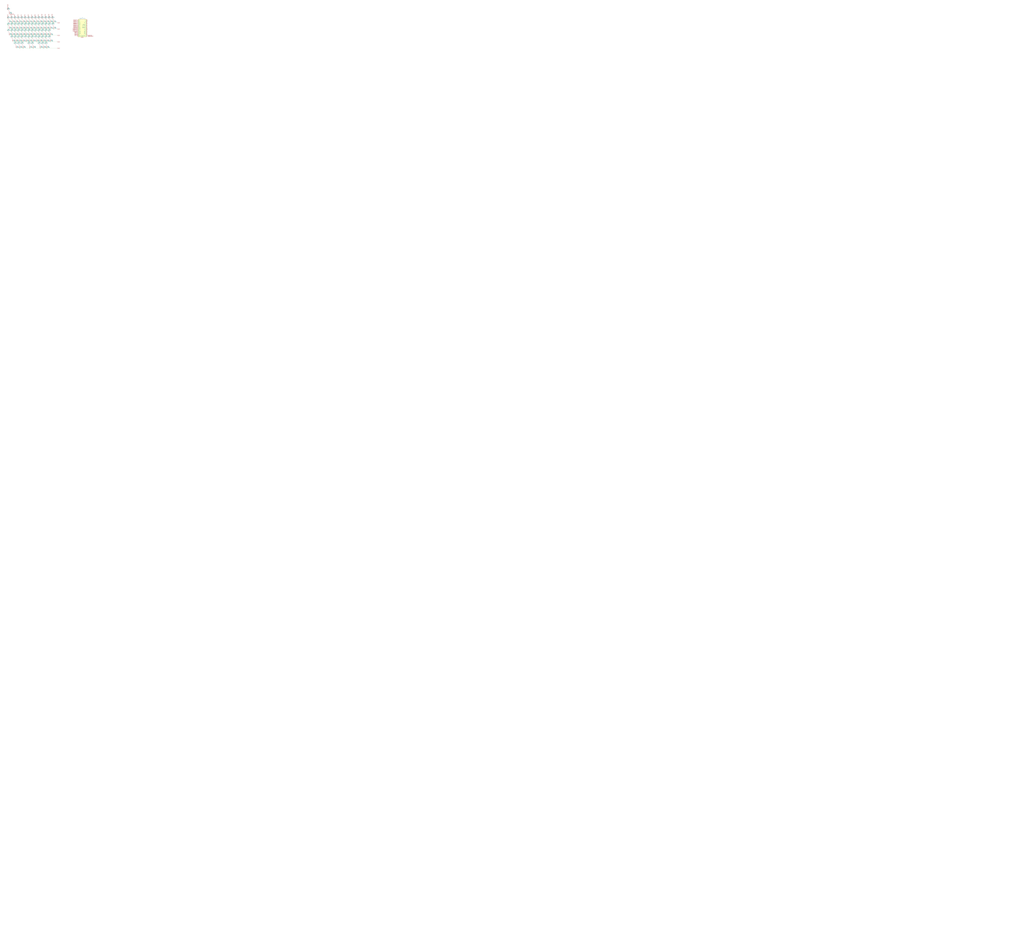
<source format=kicad_sch>
(kicad_sch (version 20231120) (generator "eeschema") (generator_version "8.0")
  (paper "User" 3048 2794)
  (lib_symbols
    (symbol "ScottoKeebs:MCU_Raspberry_Pi_Pico"
      (property "Reference" "U" (at 0 0 0))
      (property "Value" "Raspberry_Pi_Pico" (at 0 27.94 0))
      (symbol "MCU_Raspberry_Pi_Pico_1_1"
        (pin bidirectional line (at -15.24 24.13 0) (length 2.54) (name "GPIO0") (number "1"))
        (pin bidirectional line (at -15.24 1.27 0) (length 2.54) (name "GPIO7") (number "10"))
        (pin bidirectional line (at -15.24 -1.27 0) (length 2.54) (name "GPIO8") (number "11"))
        (pin bidirectional line (at -15.24 -3.81 0) (length 2.54) (name "GPIO9") (number "12"))
        (pin power_in line (at -15.24 -6.35 0) (length 2.54) (name "GND") (number "13"))
        (pin bidirectional line (at -15.24 -8.89 0) (length 2.54) (name "GPIO10") (number "14"))
        (pin bidirectional line (at -15.24 -11.43 0) (length 2.54) (name "GPIO11") (number "15"))
        (pin bidirectional line (at -15.24 -13.97 0) (length 2.54) (name "GPIO12") (number "16"))
        (pin bidirectional line (at -15.24 -16.51 0) (length 2.54) (name "GPIO13") (number "17"))
        (pin power_in line (at -15.24 -19.05 0) (length 2.54) (name "GND") (number "18"))
        (pin bidirectional line (at -15.24 -21.59 0) (length 2.54) (name "GPIO14") (number "19"))
        (pin bidirectional line (at -15.24 21.59 0) (length 2.54) (name "GPIO1") (number "2"))
        (pin bidirectional line (at -15.24 -24.13 0) (length 2.54) (name "GPIO15") (number "20"))
        (pin bidirectional line (at 15.24 -24.13 180) (length 2.54) (name "GPIO16") (number "21"))
        (pin bidirectional line (at 15.24 -21.59 180) (length 2.54) (name "GPIO17") (number "22"))
        (pin power_in line (at 15.24 -19.05 180) (length 2.54) (name "GND") (number "23"))
        (pin bidirectional line (at 15.24 -16.51 180) (length 2.54) (name "GPIO18") (number "24"))
        (pin bidirectional line (at 15.24 -13.97 180) (length 2.54) (name "GPIO19") (number "25"))
        (pin bidirectional line (at 15.24 -11.43 180) (length 2.54) (name "GPIO20") (number "26"))
        (pin bidirectional line (at 15.24 -8.89 180) (length 2.54) (name "GPIO21") (number "27"))
        (pin power_in line (at 15.24 -6.35 180) (length 2.54) (name "GND") (number "28"))
        (pin bidirectional line (at 15.24 -3.81 180) (length 2.54) (name "GPIO22") (number "29"))
        (pin power_in line (at -15.24 19.05 0) (length 2.54) (name "GND") (number "3"))
        (pin input line (at 15.24 -1.27 180) (length 2.54) (name "RUN") (number "30"))
        (pin bidirectional line (at 15.24 1.27 180) (length 2.54) (name "GPIO26_ADC0") (number "31"))
        (pin bidirectional line (at 15.24 3.81 180) (length 2.54) (name "GPIO27_ADC1") (number "32"))
        (pin power_in line (at 15.24 6.35 180) (length 2.54) (name "AGND") (number "33"))
        (pin bidirectional line (at 15.24 8.89 180) (length 2.54) (name "GPIO28_ADC2") (number "34"))
        (pin power_in line (at 15.24 11.43 180) (length 2.54) (name "ADC_VREF") (number "35"))
        (pin power_in line (at 15.24 13.97 180) (length 2.54) (name "3V3") (number "36"))
        (pin input line (at 15.24 16.51 180) (length 2.54) (name "3V3_EN") (number "37"))
        (pin bidirectional line (at 15.24 19.05 180) (length 2.54) (name "GND") (number "38"))
        (pin power_in line (at 15.24 21.59 180) (length 2.54) (name "VSYS") (number "39"))
        (pin bidirectional line (at -15.24 16.51 0) (length 2.54) (name "GPIO2") (number "4"))
        (pin power_in line (at 15.24 24.13 180) (length 2.54) (name "VBUS") (number "40"))
        (pin input line (at -2.54 -29.21 90) (length 2.54) (name "SWCLK") (number "41"))
        (pin power_in line (at 0 -29.21 90) (length 2.54) (name "GND") (number "42"))
        (pin bidirectional line (at 2.54 -29.21 90) (length 2.54) (name "SWDIO") (number "43"))
        (pin bidirectional line (at -15.24 13.97 0) (length 2.54) (name "GPIO3") (number "5"))
        (pin bidirectional line (at -15.24 11.43 0) (length 2.54) (name "GPIO4") (number "6"))
        (pin bidirectional line (at -15.24 8.89 0) (length 2.54) (name "GPIO5") (number "7"))
        (pin power_in line (at -15.24 6.35 0) (length 2.54) (name "GND") (number "8"))
        (pin bidirectional line (at -15.24 3.81 0) (length 2.54) (name "GPIO6") (number "9"))
      )
    )
    (symbol "ScottoKeebs:Placeholder_Diode" (pin_numbers hide) (pin_names hide)
      (property "Reference" "D" (at 0 2.54 0))
      (property "Value" "Diode" (at 0 -2.54 0))
      (symbol "Placeholder_Diode_1_1"
        (pin passive line (at -3.81 0 0) (length 2.54) (name "K") (number "1"))
        (pin passive line (at 3.81 0 180) (length 2.54) (name "A") (number "2"))
      )
    )
    (symbol "ScottoKeebs:Placeholder_Keyswitch" (pin_numbers hide) (pin_names (offset 1.016) hide)
      (property "Reference" "S" (at 3.048 1.016 0))
      (property "Value" "Keyswitch" (at 0 -3.81 0))
      (symbol "Placeholder_Keyswitch_0_1"
        (pin passive line (at -2.54 2.54 0) (length 0) (name "1") (number "1"))
        (pin passive line (at 2.54 -2.54 180) (length 0) (name "2") (number "2"))
      )
    )
  )
  (junction (at 124.46 111.76))
  (junction (at 114.3 92.71))
  (junction (at 78.74 105.41))
  (junction (at 63.5 111.76))
  (junction (at 129.54 143.51))
  (junction (at 119.38 124.46))
  (junction (at 73.66 92.71))
  (junction (at 99.06 124.46))
  (junction (at 58.42 143.51))
  (junction (at 63.5 92.71))
  (junction (at 83.82 73.66))
  (junction (at 88.9 86.36))
  (junction (at 88.9 67.31))
  (junction (at 58.42 67.31))
  (junction (at 144.78 92.71))
  (junction (at 109.22 86.36))
  (junction (at 109.22 124.46))
  (junction (at 83.82 111.76))
  (junction (at 139.7 67.31))
  (junction (at 134.62 111.76))
  (junction (at 139.7 143.51))
  (junction (at 114.3 73.66))
  (junction (at 149.86 86.36))
  (junction (at 48.26 124.46))
  (junction (at 129.54 124.46))
  (junction (at 119.38 67.31))
  (junction (at 149.86 67.31))
  (junction (at 63.5 73.66))
  (junction (at 58.42 105.41))
  (junction (at 43.18 111.76))
  (junction (at 68.58 105.41))
  (junction (at 139.7 124.46))
  (junction (at 160.02 67.31))
  (junction (at 58.42 124.46))
  (junction (at 58.42 86.36))
  (junction (at 99.06 143.51))
  (junction (at 88.9 124.46))
  (junction (at 99.06 86.36))
  (junction (at 109.22 67.31))
  (junction (at 149.86 124.46))
  (junction (at 104.14 73.66))
  (junction (at 38.1 86.36))
  (junction (at 83.82 92.71))
  (junction (at 99.06 67.31))
  (junction (at 139.7 86.36))
  (junction (at 93.98 111.76))
  (junction (at 43.18 73.66))
  (junction (at 78.74 67.31))
  (junction (at 139.7 105.41))
  (junction (at 48.26 86.36))
  (junction (at 124.46 73.66))
  (junction (at 129.54 105.41))
  (junction (at 129.54 67.31))
  (junction (at 104.14 92.71))
  (junction (at 129.54 86.36))
  (junction (at 53.34 73.66))
  (junction (at 53.34 92.71))
  (junction (at 99.06 105.41))
  (junction (at 38.1 105.41))
  (junction (at 33.02 73.66))
  (junction (at 68.58 124.46))
  (junction (at 43.18 92.71))
  (junction (at 48.26 105.41))
  (junction (at 93.98 73.66))
  (junction (at 53.34 111.76))
  (junction (at 88.9 105.41))
  (junction (at 114.3 111.76))
  (junction (at 160.02 86.36))
  (junction (at 68.58 86.36))
  (junction (at 68.58 143.51))
  (junction (at 78.74 86.36))
  (junction (at 134.62 92.71))
  (junction (at 78.74 124.46))
  (junction (at 22.86 73.66))
  (junction (at 93.98 92.71))
  (junction (at 149.86 105.41))
  (junction (at 124.46 92.71))
  (junction (at 73.66 73.66))
  (junction (at 119.38 105.41))
  (junction (at 38.1 67.31))
  (junction (at 68.58 67.31))
  (junction (at 88.9 143.51))
  (junction (at 109.22 105.41))
  (junction (at 144.78 73.66))
  (junction (at 134.62 73.66))
  (junction (at 33.02 92.71))
  (junction (at 119.38 143.51))
  (junction (at 48.26 67.31))
  (junction (at 119.38 86.36))
  (wire (pts (xy 68.58 124.46) (xy 78.74 124.46)))
  (wire (pts (xy 154.94 54.61) (xy 154.94 73.66)))
  (wire (pts (xy 129.54 105.41) (xy 139.7 105.41)))
  (wire (pts (xy 104.14 92.71) (xy 104.14 111.76)))
  (wire (pts (xy 88.9 67.31) (xy 99.06 67.31)))
  (wire (pts (xy 63.5 92.71) (xy 63.5 111.76)))
  (wire (pts (xy 119.38 67.31) (xy 129.54 67.31)))
  (wire (pts (xy 109.22 86.36) (xy 119.38 86.36)))
  (wire (pts (xy 38.1 67.31) (xy 48.26 67.31)))
  (wire (pts (xy 78.74 86.36) (xy 88.9 86.36)))
  (wire (pts (xy 38.1 105.41) (xy 48.26 105.41)))
  (wire (pts (xy 114.3 54.61) (xy 114.3 73.66)))
  (wire (pts (xy 68.58 105.41) (xy 78.74 105.41)))
  (wire (pts (xy 170.18 124.46) (xy 149.86 124.46)))
  (wire (pts (xy 88.9 124.46) (xy 99.06 124.46)))
  (wire (pts (xy 93.98 111.76) (xy 93.98 130.81)))
  (wire (pts (xy 134.62 54.61) (xy 134.62 73.66)))
  (wire (pts (xy 68.58 143.51) (xy 88.9 143.51)))
  (wire (pts (xy 58.42 105.41) (xy 68.58 105.41)))
  (wire (pts (xy 38.1 124.46) (xy 48.26 124.46)))
  (wire (pts (xy 124.46 73.66) (xy 124.46 92.71)))
  (wire (pts (xy 83.82 111.76) (xy 83.82 130.81)))
  (wire (pts (xy 88.9 143.51) (xy 99.06 143.51)))
  (wire (pts (xy 99.06 67.31) (xy 109.22 67.31)))
  (wire (pts (xy 99.06 105.41) (xy 109.22 105.41)))
  (wire (pts (xy 27.94 67.31) (xy 38.1 67.31)))
  (wire (pts (xy 88.9 86.36) (xy 99.06 86.36)))
  (wire (pts (xy 99.06 124.46) (xy 109.22 124.46)))
  (wire (pts (xy 78.74 124.46) (xy 88.9 124.46)))
  (wire (pts (xy 48.26 105.41) (xy 58.42 105.41)))
  (wire (pts (xy 83.82 54.61) (xy 83.82 73.66)))
  (wire (pts (xy 78.74 105.41) (xy 88.9 105.41)))
  (wire (pts (xy 124.46 111.76) (xy 124.46 130.81)))
  (wire (pts (xy 68.58 86.36) (xy 78.74 86.36)))
  (wire (pts (xy 129.54 124.46) (xy 139.7 124.46)))
  (wire (pts (xy 58.42 124.46) (xy 68.58 124.46)))
  (wire (pts (xy 43.18 111.76) (xy 43.18 130.81)))
  (wire (pts (xy 93.98 92.71) (xy 93.98 111.76)))
  (wire (pts (xy 73.66 54.61) (xy 73.66 73.66)))
  (wire (pts (xy 139.7 67.31) (xy 149.86 67.31)))
  (wire (pts (xy 48.26 86.36) (xy 58.42 86.36)))
  (wire (pts (xy 93.98 73.66) (xy 93.98 92.71)))
  (wire (pts (xy 58.42 67.31) (xy 68.58 67.31)))
  (wire (pts (xy 114.3 73.66) (xy 114.3 92.71)))
  (wire (pts (xy 124.46 54.61) (xy 124.46 73.66)))
  (wire (pts (xy 43.18 73.66) (xy 43.18 92.71)))
  (wire (pts (xy 63.5 73.66) (xy 63.5 92.71)))
  (wire (pts (xy 170.18 143.51) (xy 139.7 143.51)))
  (wire (pts (xy 83.82 73.66) (xy 83.82 92.71)))
  (wire (pts (xy 68.58 67.31) (xy 78.74 67.31)))
  (wire (pts (xy 134.62 111.76) (xy 134.62 130.81)))
  (wire (pts (xy 124.46 92.71) (xy 124.46 111.76)))
  (wire (pts (xy 53.34 111.76) (xy 53.34 130.81)))
  (wire (pts (xy 53.34 73.66) (xy 53.34 92.71)))
  (wire (pts (xy 129.54 143.51) (xy 139.7 143.51)))
  (wire (pts (xy 149.86 67.31) (xy 160.02 67.31)))
  (wire (pts (xy 99.06 86.36) (xy 109.22 86.36)))
  (wire (pts (xy 43.18 92.71) (xy 43.18 111.76)))
  (wire (pts (xy 104.14 54.61) (xy 104.14 73.66)))
  (wire (pts (xy 33.02 73.66) (xy 33.02 92.71)))
  (wire (pts (xy 170.18 105.41) (xy 149.86 105.41)))
  (wire (pts (xy 53.34 92.71) (xy 53.34 111.76)))
  (wire (pts (xy 63.5 111.76) (xy 63.5 130.81)))
  (wire (pts (xy 114.3 92.71) (xy 114.3 111.76)))
  (wire (pts (xy 27.94 86.36) (xy 38.1 86.36)))
  (wire (pts (xy 48.26 67.31) (xy 58.42 67.31)))
  (wire (pts (xy 48.26 124.46) (xy 58.42 124.46)))
  (wire (pts (xy 149.86 86.36) (xy 160.02 86.36)))
  (wire (pts (xy 160.02 67.31) (xy 170.18 67.31)))
  (wire (pts (xy 109.22 67.31) (xy 119.38 67.31)))
  (wire (pts (xy 114.3 111.76) (xy 114.3 130.81)))
  (wire (pts (xy 43.18 54.61) (xy 43.18 73.66)))
  (wire (pts (xy 129.54 67.31) (xy 139.7 67.31)))
  (wire (pts (xy 58.42 143.51) (xy 68.58 143.51)))
  (wire (pts (xy 22.86 54.61) (xy 22.86 73.66)))
  (wire (pts (xy 144.78 73.66) (xy 144.78 92.71)))
  (wire (pts (xy 129.54 86.36) (xy 139.7 86.36)))
  (wire (pts (xy 58.42 86.36) (xy 68.58 86.36)))
  (wire (pts (xy 139.7 86.36) (xy 149.86 86.36)))
  (wire (pts (xy 73.66 92.71) (xy 73.66 111.76)))
  (wire (pts (xy 53.34 54.61) (xy 53.34 73.66)))
  (wire (pts (xy 38.1 86.36) (xy 48.26 86.36)))
  (wire (pts (xy 134.62 92.71) (xy 134.62 111.76)))
  (wire (pts (xy 83.82 92.71) (xy 83.82 111.76)))
  (wire (pts (xy 109.22 124.46) (xy 119.38 124.46)))
  (wire (pts (xy 63.5 54.61) (xy 63.5 73.66)))
  (wire (pts (xy 139.7 124.46) (xy 149.86 124.46)))
  (wire (pts (xy 33.02 54.61) (xy 33.02 73.66)))
  (wire (pts (xy 104.14 73.66) (xy 104.14 92.71)))
  (wire (pts (xy 88.9 105.41) (xy 99.06 105.41)))
  (wire (pts (xy 139.7 105.41) (xy 149.86 105.41)))
  (wire (pts (xy 33.02 92.71) (xy 33.02 111.76)))
  (wire (pts (xy 109.22 105.41) (xy 119.38 105.41)))
  (wire (pts (xy 27.94 105.41) (xy 38.1 105.41)))
  (wire (pts (xy 119.38 124.46) (xy 129.54 124.46)))
  (wire (pts (xy 119.38 86.36) (xy 129.54 86.36)))
  (wire (pts (xy 134.62 73.66) (xy 134.62 92.71)))
  (wire (pts (xy 78.74 67.31) (xy 88.9 67.31)))
  (wire (pts (xy 119.38 105.41) (xy 129.54 105.41)))
  (wire (pts (xy 144.78 92.71) (xy 144.78 111.76)))
  (wire (pts (xy 48.26 143.51) (xy 58.42 143.51)))
  (wire (pts (xy 73.66 73.66) (xy 73.66 92.71)))
  (wire (pts (xy 99.06 143.51) (xy 119.38 143.51)))
  (wire (pts (xy 119.38 143.51) (xy 129.54 143.51)))
  (wire (pts (xy 93.98 54.61) (xy 93.98 73.66)))
  (wire (pts (xy 160.02 86.36) (xy 170.18 86.36)))
  (wire (pts (xy 22.86 73.66) (xy 22.86 92.71)))
  (wire (pts (xy 144.78 54.61) (xy 144.78 73.66)))
  (global_label "column 1" (shape input) (at 229.87 62.23 180) (property "Intersheetrefs" "${INTERSHEET_REFS}" (effects (hide yes))))
  (global_label "row 3" (shape input) (at 170.18 124.46 0) (property "Intersheetrefs" "${INTERSHEET_REFS}" (effects (hide yes))))
  (global_label "column 9" (shape input) (at 229.87 82.55 180) (property "Intersheetrefs" "${INTERSHEET_REFS}" (effects (hide yes))))
  (global_label "column 0" (shape input) (at 229.87 59.69 180) (property "Intersheetrefs" "${INTERSHEET_REFS}" (effects (hide yes))))
  (global_label "Escape row" (shape input) (at 260.35 105.41 0) (property "Intersheetrefs" "${INTERSHEET_REFS}" (effects (hide yes))))
  (global_label "row 3" (shape input) (at 229.87 102.87 180) (property "Intersheetrefs" "${INTERSHEET_REFS}" (effects (hide yes))))
  (global_label "column 6" (shape input) (at 83.82 54.61 90) (property "Intersheetrefs" "${INTERSHEET_REFS}" (effects (hide yes))))
  (global_label "Escape column" (shape input) (at 22.86 29.21 90) (property "Intersheetrefs" "${INTERSHEET_REFS}" (effects (hide yes))))
  (global_label "row 2" (shape input) (at 170.18 105.41 0) (property "Intersheetrefs" "${INTERSHEET_REFS}" (effects (hide yes))))
  (global_label "column 13" (shape input) (at 154.94 54.61 90) (property "Intersheetrefs" "${INTERSHEET_REFS}" (effects (hide yes))))
  (global_label "column 11" (shape input) (at 229.87 87.63 180) (property "Intersheetrefs" "${INTERSHEET_REFS}" (effects (hide yes))))
  (global_label "row 4" (shape input) (at 229.87 105.41 180) (property "Intersheetrefs" "${INTERSHEET_REFS}" (effects (hide yes))))
  (global_label "Escape row" (shape input) (at 27.94 41.91 0) (property "Intersheetrefs" "${INTERSHEET_REFS}" (effects (hide yes))))
  (global_label "column 4" (shape input) (at 63.5 54.61 90) (property "Intersheetrefs" "${INTERSHEET_REFS}" (effects (hide yes))))
  (global_label "column 13" (shape input) (at 229.87 92.71 180) (property "Intersheetrefs" "${INTERSHEET_REFS}" (effects (hide yes))))
  (global_label "column 2" (shape input) (at 43.18 54.61 90) (property "Intersheetrefs" "${INTERSHEET_REFS}" (effects (hide yes))))
  (global_label "column 10" (shape input) (at 124.46 54.61 90) (property "Intersheetrefs" "${INTERSHEET_REFS}" (effects (hide yes))))
  (global_label "column 0" (shape input) (at 22.86 54.61 90) (property "Intersheetrefs" "${INTERSHEET_REFS}" (effects (hide yes))))
  (global_label "row 1" (shape input) (at 170.18 86.36 0) (property "Intersheetrefs" "${INTERSHEET_REFS}" (effects (hide yes))))
  (global_label "column 12" (shape input) (at 229.87 90.17 180) (property "Intersheetrefs" "${INTERSHEET_REFS}" (effects (hide yes))))
  (global_label "column 6" (shape input) (at 229.87 74.93 180) (property "Intersheetrefs" "${INTERSHEET_REFS}" (effects (hide yes))))
  (global_label "column 7" (shape input) (at 229.87 77.47 180) (property "Intersheetrefs" "${INTERSHEET_REFS}" (effects (hide yes))))
  (global_label "column 1" (shape input) (at 33.02 54.61 90) (property "Intersheetrefs" "${INTERSHEET_REFS}" (effects (hide yes))))
  (global_label "column 8" (shape input) (at 104.14 54.61 90) (property "Intersheetrefs" "${INTERSHEET_REFS}" (effects (hide yes))))
  (global_label "column 2" (shape input) (at 229.87 64.77 180) (property "Intersheetrefs" "${INTERSHEET_REFS}" (effects (hide yes))))
  (global_label "column 12" (shape input) (at 144.78 54.61 90) (property "Intersheetrefs" "${INTERSHEET_REFS}" (effects (hide yes))))
  (global_label "column 11" (shape input) (at 134.62 54.61 90) (property "Intersheetrefs" "${INTERSHEET_REFS}" (effects (hide yes))))
  (global_label "column 3" (shape input) (at 53.34 54.61 90) (property "Intersheetrefs" "${INTERSHEET_REFS}" (effects (hide yes))))
  (global_label "column 8" (shape input) (at 229.87 80.01 180) (property "Intersheetrefs" "${INTERSHEET_REFS}" (effects (hide yes))))
  (global_label "column 5" (shape input) (at 73.66 54.61 90) (property "Intersheetrefs" "${INTERSHEET_REFS}" (effects (hide yes))))
  (global_label "row 1" (shape input) (at 229.87 97.79 180) (property "Intersheetrefs" "${INTERSHEET_REFS}" (effects (hide yes))))
  (global_label "row 2" (shape input) (at 229.87 100.33 180) (property "Intersheetrefs" "${INTERSHEET_REFS}" (effects (hide yes))))
  (global_label "column 4" (shape input) (at 229.87 69.85 180) (property "Intersheetrefs" "${INTERSHEET_REFS}" (effects (hide yes))))
  (global_label "column 5" (shape input) (at 229.87 72.39 180) (property "Intersheetrefs" "${INTERSHEET_REFS}" (effects (hide yes))))
  (global_label "row 4" (shape input) (at 170.18 143.51 0) (property "Intersheetrefs" "${INTERSHEET_REFS}" (effects (hide yes))))
  (global_label "column 3" (shape input) (at 229.87 67.31 180) (property "Intersheetrefs" "${INTERSHEET_REFS}" (effects (hide yes))))
  (global_label "column 7" (shape input) (at 93.98 54.61 90) (property "Intersheetrefs" "${INTERSHEET_REFS}" (effects (hide yes))))
  (global_label "column 10" (shape input) (at 229.87 85.09 180) (property "Intersheetrefs" "${INTERSHEET_REFS}" (effects (hide yes))))
  (global_label "column 9" (shape input) (at 114.3 54.61 90) (property "Intersheetrefs" "${INTERSHEET_REFS}" (effects (hide yes))))
  (global_label "row 0" (shape input) (at 229.87 95.25 180) (property "Intersheetrefs" "${INTERSHEET_REFS}" (effects (hide yes))))
  (global_label "Escape column" (shape input) (at 260.35 107.95 0) (property "Intersheetrefs" "${INTERSHEET_REFS}" (effects (hide yes))))
  (global_label "row 0" (shape input) (at 170.18 67.31 0) (property "Intersheetrefs" "${INTERSHEET_REFS}" (effects (hide yes))))
  (symbol (lib_id "ScottoKeebs:Placeholder_Diode") (at 88.9 139.7 90) (unit 1)
    (property "Reference" "D57" (at 91.44 138.4299 90) (effects (justify right)))
    (property "Value" "Diode" (at 91.44 140.9699 90) (effects (justify right)))
    (property "Footprint" "ScottoKeebs_Components:Diode_DO-35" (effects (hide yes)))
    (property "Description" "1N4148 (DO-35) or 1N4148W (SOD-123)" (effects (hide yes)))
    (property "Sim.Device" "D" (effects (hide yes)))
    (property "Sim.Pins" "1=K 2=A" (effects (hide yes)))
  )
  (symbol (lib_id "ScottoKeebs:Placeholder_Keyswitch") (at 127 76.2 0) (unit 1)
    (property "Reference" "S25" (at 127 68.58 0))
    (property "Value" "Keyswitch" (at 127 71.12 0))
    (property "Footprint" "ScottoKeebs_MX:MX_PCB_1.00u" (effects (hide yes)))
    (property "Description" "Push button switch, normally open, two pins, 45° tilted" (effects (hide yes)))
  )
  (symbol (lib_id "ScottoKeebs:Placeholder_Keyswitch") (at 35.56 57.15 0) (unit 1)
    (property "Reference" "S2" (at 35.56 49.53 0))
    (property "Value" "Keyswitch" (at 35.56 52.07 0))
    (property "Footprint" "ScottoKeebs_MX:MX_PCB_1.00u" (effects (hide yes)))
    (property "Description" "Push button switch, normally open, two pins, 45° tilted" (effects (hide yes)))
  )
  (symbol (lib_id "ScottoKeebs:Placeholder_Keyswitch") (at 45.72 133.35 0) (unit 1)
    (property "Reference" "S54" (at 45.72 125.73 0))
    (property "Value" "Keyswitch" (at 45.72 128.27 0))
    (property "Footprint" "ScottoKeebs_MX:MX_PCB_1.00u" (effects (hide yes)))
    (property "Description" "Push button switch, normally open, two pins, 45° tilted" (effects (hide yes)))
  )
  (symbol (lib_id "ScottoKeebs:Placeholder_Keyswitch") (at 137.16 114.3 0) (unit 1)
    (property "Reference" "S52" (at 137.16 106.68 0))
    (property "Value" "Keyswitch" (at 137.16 109.22 0))
    (property "Footprint" "ScottoKeebs_MX:MX_PCB_1.00u" (effects (hide yes)))
    (property "Description" "Push button switch, normally open, two pins, 45° tilted" (effects (hide yes)))
  )
  (symbol (lib_id "ScottoKeebs:Placeholder_Keyswitch") (at 106.68 76.2 0) (unit 1)
    (property "Reference" "S23" (at 106.68 68.58 0))
    (property "Value" "Keyswitch" (at 106.68 71.12 0))
    (property "Footprint" "ScottoKeebs_MX:MX_PCB_1.00u" (effects (hide yes)))
    (property "Description" "Push button switch, normally open, two pins, 45° tilted" (effects (hide yes)))
  )
  (symbol (lib_id "ScottoKeebs:Placeholder_Keyswitch") (at 157.48 76.2 0) (unit 1)
    (property "Reference" "S28" (at 157.48 68.58 0))
    (property "Value" "Keyswitch" (at 157.48 71.12 0))
    (property "Footprint" "ScottoKeebs_MX:MX_PCB_1.00u" (effects (hide yes)))
    (property "Description" "Push button switch, normally open, two pins, 45° tilted" (effects (hide yes)))
  )
  (symbol (lib_id "ScottoKeebs:Placeholder_Keyswitch") (at 55.88 57.15 0) (unit 1)
    (property "Reference" "S4" (at 55.88 49.53 0))
    (property "Value" "Keyswitch" (at 55.88 52.07 0))
    (property "Footprint" "ScottoKeebs_MX:MX_PCB_1.00u" (effects (hide yes)))
    (property "Description" "Push button switch, normally open, two pins, 45° tilted" (effects (hide yes)))
  )
  (symbol (lib_id "ScottoKeebs:Placeholder_Keyswitch") (at 106.68 57.15 0) (unit 1)
    (property "Reference" "S9" (at 106.68 49.53 0))
    (property "Value" "Keyswitch" (at 106.68 52.07 0))
    (property "Footprint" "ScottoKeebs_MX:MX_PCB_1.00u" (effects (hide yes)))
    (property "Description" "Push button switch, normally open, two pins, 45° tilted" (effects (hide yes)))
  )
  (symbol (lib_id "ScottoKeebs:Placeholder_Diode") (at 139.7 82.55 90) (unit 1)
    (property "Reference" "D26" (at 142.24 81.2799 90) (effects (justify right)))
    (property "Value" "Diode" (at 142.24 83.8199 90) (effects (justify right)))
    (property "Footprint" "ScottoKeebs_Components:Diode_DO-35" (effects (hide yes)))
    (property "Description" "1N4148 (DO-35) or 1N4148W (SOD-123)" (effects (hide yes)))
    (property "Sim.Device" "D" (effects (hide yes)))
    (property "Sim.Pins" "1=K 2=A" (effects (hide yes)))
  )
  (symbol (lib_id "ScottoKeebs:Placeholder_Diode") (at 149.86 101.6 90) (unit 1)
    (property "Reference" "D41" (at 152.4 100.3299 90) (effects (justify right)))
    (property "Value" "Diode" (at 152.4 102.8699 90) (effects (justify right)))
    (property "Footprint" "ScottoKeebs_Components:Diode_DO-35" (effects (hide yes)))
    (property "Description" "1N4148 (DO-35) or 1N4148W (SOD-123)" (effects (hide yes)))
    (property "Sim.Device" "D" (effects (hide yes)))
    (property "Sim.Pins" "1=K 2=A" (effects (hide yes)))
  )
  (symbol (lib_id "ScottoKeebs:Placeholder_Keyswitch") (at 116.84 114.3 0) (unit 1)
    (property "Reference" "S50" (at 116.84 106.68 0))
    (property "Value" "Keyswitch" (at 116.84 109.22 0))
    (property "Footprint" "ScottoKeebs_MX:MX_PCB_1.00u" (effects (hide yes)))
    (property "Description" "Push button switch, normally open, two pins, 45° tilted" (effects (hide yes)))
  )
  (symbol (lib_id "ScottoKeebs:Placeholder_Keyswitch") (at 86.36 114.3 0) (unit 1)
    (property "Reference" "S47" (at 86.36 106.68 0))
    (property "Value" "Keyswitch" (at 86.36 109.22 0))
    (property "Footprint" "ScottoKeebs_MX:MX_PCB_1.00u" (effects (hide yes)))
    (property "Description" "Push button switch, normally open, two pins, 45° tilted" (effects (hide yes)))
  )
  (symbol (lib_id "ScottoKeebs:Placeholder_Diode") (at 99.06 139.7 90) (unit 1)
    (property "Reference" "D58" (at 101.6 138.4299 90) (effects (justify right)))
    (property "Value" "Diode" (at 101.6 140.9699 90) (effects (justify right)))
    (property "Footprint" "ScottoKeebs_Components:Diode_DO-35" (effects (hide yes)))
    (property "Description" "1N4148 (DO-35) or 1N4148W (SOD-123)" (effects (hide yes)))
    (property "Sim.Device" "D" (effects (hide yes)))
    (property "Sim.Pins" "1=K 2=A" (effects (hide yes)))
  )
  (symbol (lib_id "ScottoKeebs:Placeholder_Diode") (at 139.7 101.6 90) (unit 1)
    (property "Reference" "D40" (at 142.24 100.3299 90) (effects (justify right)))
    (property "Value" "Diode" (at 142.24 102.8699 90) (effects (justify right)))
    (property "Footprint" "ScottoKeebs_Components:Diode_DO-35" (effects (hide yes)))
    (property "Description" "1N4148 (DO-35) or 1N4148W (SOD-123)" (effects (hide yes)))
    (property "Sim.Device" "D" (effects (hide yes)))
    (property "Sim.Pins" "1=K 2=A" (effects (hide yes)))
  )
  (symbol (lib_id "ScottoKeebs:Placeholder_Keyswitch") (at 96.52 57.15 0) (unit 1)
    (property "Reference" "S8" (at 96.52 49.53 0))
    (property "Value" "Keyswitch" (at 96.52 52.07 0))
    (property "Footprint" "ScottoKeebs_MX:MX_PCB_1.00u" (effects (hide yes)))
    (property "Description" "Push button switch, normally open, two pins, 45° tilted" (effects (hide yes)))
  )
  (symbol (lib_id "ScottoKeebs:Placeholder_Keyswitch") (at 96.52 114.3 0) (unit 1)
    (property "Reference" "S48" (at 96.52 106.68 0))
    (property "Value" "Keyswitch" (at 96.52 109.22 0))
    (property "Footprint" "ScottoKeebs_MX:MX_PCB_1.00u" (effects (hide yes)))
    (property "Description" "Push button switch, normally open, two pins, 45° tilted" (effects (hide yes)))
  )
  (symbol (lib_id "ScottoKeebs:Placeholder_Diode") (at 68.58 120.65 90) (unit 1)
    (property "Reference" "D45" (at 71.12 119.3799 90) (effects (justify right)))
    (property "Value" "Diode" (at 71.12 121.9199 90) (effects (justify right)))
    (property "Footprint" "ScottoKeebs_Components:Diode_DO-35" (effects (hide yes)))
    (property "Description" "1N4148 (DO-35) or 1N4148W (SOD-123)" (effects (hide yes)))
    (property "Sim.Device" "D" (effects (hide yes)))
    (property "Sim.Pins" "1=K 2=A" (effects (hide yes)))
  )
  (symbol (lib_id "ScottoKeebs:Placeholder_Diode") (at 38.1 101.6 90) (unit 1)
    (property "Reference" "D30" (at 40.64 100.3299 90) (effects (justify right)))
    (property "Value" "Diode" (at 40.64 102.8699 90) (effects (justify right)))
    (property "Footprint" "ScottoKeebs_Components:Diode_DO-35" (effects (hide yes)))
    (property "Description" "1N4148 (DO-35) or 1N4148W (SOD-123)" (effects (hide yes)))
    (property "Sim.Device" "D" (effects (hide yes)))
    (property "Sim.Pins" "1=K 2=A" (effects (hide yes)))
  )
  (symbol (lib_id "ScottoKeebs:Placeholder_Keyswitch") (at 76.2 76.2 0) (unit 1)
    (property "Reference" "S20" (at 76.2 68.58 0))
    (property "Value" "Keyswitch" (at 76.2 71.12 0))
    (property "Footprint" "ScottoKeebs_MX:MX_PCB_1.00u" (effects (hide yes)))
    (property "Description" "Push button switch, normally open, two pins, 45° tilted" (effects (hide yes)))
  )
  (symbol (lib_id "ScottoKeebs:Placeholder_Diode") (at 139.7 120.65 90) (unit 1)
    (property "Reference" "D52" (at 142.24 119.3799 90) (effects (justify right)))
    (property "Value" "Diode" (at 142.24 121.9199 90) (effects (justify right)))
    (property "Footprint" "ScottoKeebs_Components:Diode_DO-35" (effects (hide yes)))
    (property "Description" "1N4148 (DO-35) or 1N4148W (SOD-123)" (effects (hide yes)))
    (property "Sim.Device" "D" (effects (hide yes)))
    (property "Sim.Pins" "1=K 2=A" (effects (hide yes)))
  )
  (symbol (lib_id "ScottoKeebs:Placeholder_Diode") (at 139.7 63.5 90) (unit 1)
    (property "Reference" "D12" (at 142.24 62.2299 90) (effects (justify right)))
    (property "Value" "Diode" (at 142.24 64.7699 90) (effects (justify right)))
    (property "Footprint" "ScottoKeebs_Components:Diode_DO-35" (effects (hide yes)))
    (property "Description" "1N4148 (DO-35) or 1N4148W (SOD-123)" (effects (hide yes)))
    (property "Sim.Device" "D" (effects (hide yes)))
    (property "Sim.Pins" "1=K 2=A" (effects (hide yes)))
  )
  (symbol (lib_id "ScottoKeebs:Placeholder_Diode") (at 99.06 120.65 90) (unit 1)
    (property "Reference" "D48" (at 101.6 119.3799 90) (effects (justify right)))
    (property "Value" "Diode" (at 101.6 121.9199 90) (effects (justify right)))
    (property "Footprint" "ScottoKeebs_Components:Diode_DO-35" (effects (hide yes)))
    (property "Description" "1N4148 (DO-35) or 1N4148W (SOD-123)" (effects (hide yes)))
    (property "Sim.Device" "D" (effects (hide yes)))
    (property "Sim.Pins" "1=K 2=A" (effects (hide yes)))
  )
  (symbol (lib_id "ScottoKeebs:MCU_Raspberry_Pi_Pico") (at 245.11 83.82 0) (unit 1)
    (property "Reference" "U1" (at 245.11 52.07 0))
    (property "Value" "Raspberry_Pi_Pico" (at 245.11 54.61 0))
    (property "Footprint" "ScottoKeebs_MCU:Raspberry_Pi_Pico" (effects (hide yes)))
  )
  (symbol (lib_id "ScottoKeebs:Placeholder_Keyswitch") (at 45.72 76.2 0) (unit 1)
    (property "Reference" "S17" (at 45.72 68.58 0))
    (property "Value" "Keyswitch" (at 45.72 71.12 0))
    (property "Footprint" "ScottoKeebs_MX:MX_PCB_1.00u" (effects (hide yes)))
    (property "Description" "Push button switch, normally open, two pins, 45° tilted" (effects (hide yes)))
  )
  (symbol (lib_id "ScottoKeebs:Placeholder_Keyswitch") (at 137.16 133.35 0) (unit 1)
    (property "Reference" "S61" (at 137.16 125.73 0))
    (property "Value" "Keyswitch" (at 137.16 128.27 0))
    (property "Footprint" "ScottoKeebs_MX:MX_PCB_1.00u" (effects (hide yes)))
    (property "Description" "Push button switch, normally open, two pins, 45° tilted" (effects (hide yes)))
  )
  (symbol (lib_id "ScottoKeebs:Placeholder_Keyswitch") (at 66.04 114.3 0) (unit 1)
    (property "Reference" "S45" (at 66.04 106.68 0))
    (property "Value" "Keyswitch" (at 66.04 109.22 0))
    (property "Footprint" "ScottoKeebs_MX:MX_PCB_1.00u" (effects (hide yes)))
    (property "Description" "Push button switch, normally open, two pins, 45° tilted" (effects (hide yes)))
  )
  (symbol (lib_id "ScottoKeebs:Placeholder_Keyswitch") (at 137.16 95.25 0) (unit 1)
    (property "Reference" "S40" (at 137.16 87.63 0))
    (property "Value" "Keyswitch" (at 137.16 90.17 0))
    (property "Footprint" "ScottoKeebs_MX:MX_PCB_1.00u" (effects (hide yes)))
    (property "Description" "Push button switch, normally open, two pins, 45° tilted" (effects (hide yes)))
  )
  (symbol (lib_id "ScottoKeebs:Placeholder_Keyswitch") (at 55.88 114.3 0) (unit 1)
    (property "Reference" "S44" (at 55.88 106.68 0))
    (property "Value" "Keyswitch" (at 55.88 109.22 0))
    (property "Footprint" "ScottoKeebs_MX:MX_PCB_1.00u" (effects (hide yes)))
    (property "Description" "Push button switch, normally open, two pins, 45° tilted" (effects (hide yes)))
  )
  (symbol (lib_id "ScottoKeebs:Placeholder_Diode") (at 27.94 101.6 90) (unit 1)
    (property "Reference" "D29" (at 30.48 100.3299 90) (effects (justify right)))
    (property "Value" "Diode" (at 30.48 102.8699 90) (effects (justify right)))
    (property "Footprint" "ScottoKeebs_Components:Diode_DO-35" (effects (hide yes)))
    (property "Description" "1N4148 (DO-35) or 1N4148W (SOD-123)" (effects (hide yes)))
    (property "Sim.Device" "D" (effects (hide yes)))
    (property "Sim.Pins" "1=K 2=A" (effects (hide yes)))
  )
  (symbol (lib_id "ScottoKeebs:Placeholder_Keyswitch") (at 25.4 76.2 0) (unit 1)
    (property "Reference" "S15" (at 25.4 68.58 0))
    (property "Value" "Keyswitch" (at 25.4 71.12 0))
    (property "Footprint" "ScottoKeebs_MX:MX_PCB_1.00u" (effects (hide yes)))
    (property "Description" "Push button switch, normally open, two pins, 45° tilted" (effects (hide yes)))
  )
  (symbol (lib_id "ScottoKeebs:Placeholder_Keyswitch") (at 45.72 114.3 0) (unit 1)
    (property "Reference" "S43" (at 45.72 106.68 0))
    (property "Value" "Keyswitch" (at 45.72 109.22 0))
    (property "Footprint" "ScottoKeebs_MX:MX_PCB_1.00u" (effects (hide yes)))
    (property "Description" "Push button switch, normally open, two pins, 45° tilted" (effects (hide yes)))
  )
  (symbol (lib_id "ScottoKeebs:Placeholder_Keyswitch") (at 147.32 114.3 0) (unit 1)
    (property "Reference" "S53" (at 147.32 106.68 0))
    (property "Value" "Keyswitch" (at 147.32 109.22 0))
    (property "Footprint" "ScottoKeebs_MX:MX_PCB_1.00u" (effects (hide yes)))
    (property "Description" "Push button switch, normally open, two pins, 45° tilted" (effects (hide yes)))
  )
  (symbol (lib_id "ScottoKeebs:Placeholder_Keyswitch") (at 76.2 57.15 0) (unit 1)
    (property "Reference" "S6" (at 76.2 49.53 0))
    (property "Value" "Keyswitch" (at 76.2 52.07 0))
    (property "Footprint" "ScottoKeebs_MX:MX_PCB_1.00u" (effects (hide yes)))
    (property "Description" "Push button switch, normally open, two pins, 45° tilted" (effects (hide yes)))
  )
  (symbol (lib_id "ScottoKeebs:Placeholder_Diode") (at 68.58 63.5 90) (unit 1)
    (property "Reference" "D5" (at 71.12 62.2299 90) (effects (justify right)))
    (property "Value" "Diode" (at 71.12 64.7699 90) (effects (justify right)))
    (property "Footprint" "ScottoKeebs_Components:Diode_DO-35" (effects (hide yes)))
    (property "Description" "1N4148 (DO-35) or 1N4148W (SOD-123)" (effects (hide yes)))
    (property "Sim.Device" "D" (effects (hide yes)))
    (property "Sim.Pins" "1=K 2=A" (effects (hide yes)))
  )
  (symbol (lib_id "ScottoKeebs:Placeholder_Keyswitch") (at 66.04 95.25 0) (unit 1)
    (property "Reference" "S33" (at 66.04 87.63 0))
    (property "Value" "Keyswitch" (at 66.04 90.17 0))
    (property "Footprint" "ScottoKeebs_MX:MX_PCB_1.00u" (effects (hide yes)))
    (property "Description" "Push button switch, normally open, two pins, 45° tilted" (effects (hide yes)))
  )
  (symbol (lib_id "ScottoKeebs:Placeholder_Diode") (at 119.38 82.55 90) (unit 1)
    (property "Reference" "D24" (at 121.92 81.2799 90) (effects (justify right)))
    (property "Value" "Diode" (at 121.92 83.8199 90) (effects (justify right)))
    (property "Footprint" "ScottoKeebs_Components:Diode_DO-35" (effects (hide yes)))
    (property "Description" "1N4148 (DO-35) or 1N4148W (SOD-123)" (effects (hide yes)))
    (property "Sim.Device" "D" (effects (hide yes)))
    (property "Sim.Pins" "1=K 2=A" (effects (hide yes)))
  )
  (symbol (lib_id "ScottoKeebs:Placeholder_Diode") (at 27.94 82.55 90) (unit 1)
    (property "Reference" "D15" (at 30.48 81.2799 90) (effects (justify right)))
    (property "Value" "Diode" (at 30.48 83.8199 90) (effects (justify right)))
    (property "Footprint" "ScottoKeebs_Components:Diode_DO-35" (effects (hide yes)))
    (property "Description" "1N4148 (DO-35) or 1N4148W (SOD-123)" (effects (hide yes)))
    (property "Sim.Device" "D" (effects (hide yes)))
    (property "Sim.Pins" "1=K 2=A" (effects (hide yes)))
  )
  (symbol (lib_id "ScottoKeebs:Placeholder_Keyswitch") (at 116.84 95.25 0) (unit 1)
    (property "Reference" "S38" (at 116.84 87.63 0))
    (property "Value" "Keyswitch" (at 116.84 90.17 0))
    (property "Footprint" "ScottoKeebs_MX:MX_PCB_1.00u" (effects (hide yes)))
    (property "Description" "Push button switch, normally open, two pins, 45° tilted" (effects (hide yes)))
  )
  (symbol (lib_id "ScottoKeebs:Placeholder_Diode") (at 38.1 63.5 90) (unit 1)
    (property "Reference" "D2" (at 40.64 62.2299 90) (effects (justify right)))
    (property "Value" "Diode" (at 40.64 64.7699 90) (effects (justify right)))
    (property "Footprint" "ScottoKeebs_Components:Diode_DO-35" (effects (hide yes)))
    (property "Description" "1N4148 (DO-35) or 1N4148W (SOD-123)" (effects (hide yes)))
    (property "Sim.Device" "D" (effects (hide yes)))
    (property "Sim.Pins" "1=K 2=A" (effects (hide yes)))
  )
  (symbol (lib_id "ScottoKeebs:Placeholder_Keyswitch") (at 96.52 76.2 0) (unit 1)
    (property "Reference" "S22" (at 96.52 68.58 0))
    (property "Value" "Keyswitch" (at 96.52 71.12 0))
    (property "Footprint" "ScottoKeebs_MX:MX_PCB_1.00u" (effects (hide yes)))
    (property "Description" "Push button switch, normally open, two pins, 45° tilted" (effects (hide yes)))
  )
  (symbol (lib_id "ScottoKeebs:Placeholder_Diode") (at 68.58 82.55 90) (unit 1)
    (property "Reference" "D19" (at 71.12 81.2799 90) (effects (justify right)))
    (property "Value" "Diode" (at 71.12 83.8199 90) (effects (justify right)))
    (property "Footprint" "ScottoKeebs_Components:Diode_DO-35" (effects (hide yes)))
    (property "Description" "1N4148 (DO-35) or 1N4148W (SOD-123)" (effects (hide yes)))
    (property "Sim.Device" "D" (effects (hide yes)))
    (property "Sim.Pins" "1=K 2=A" (effects (hide yes)))
  )
  (symbol (lib_id "ScottoKeebs:Placeholder_Keyswitch") (at 127 133.35 0) (unit 1)
    (property "Reference" "S60" (at 127 125.73 0))
    (property "Value" "Keyswitch" (at 127 128.27 0))
    (property "Footprint" "ScottoKeebs_MX:MX_PCB_1.00u" (effects (hide yes)))
    (property "Description" "Push button switch, normally open, two pins, 45° tilted" (effects (hide yes)))
  )
  (symbol (lib_id "ScottoKeebs:Placeholder_Diode") (at 119.38 120.65 90) (unit 1)
    (property "Reference" "D50" (at 121.92 119.3799 90) (effects (justify right)))
    (property "Value" "Diode" (at 121.92 121.9199 90) (effects (justify right)))
    (property "Footprint" "ScottoKeebs_Components:Diode_DO-35" (effects (hide yes)))
    (property "Description" "1N4148 (DO-35) or 1N4148W (SOD-123)" (effects (hide yes)))
    (property "Sim.Device" "D" (effects (hide yes)))
    (property "Sim.Pins" "1=K 2=A" (effects (hide yes)))
  )
  (symbol (lib_id "ScottoKeebs:Placeholder_Diode") (at 99.06 82.55 90) (unit 1)
    (property "Reference" "D22" (at 101.6 81.2799 90) (effects (justify right)))
    (property "Value" "Diode" (at 101.6 83.8199 90) (effects (justify right)))
    (property "Footprint" "ScottoKeebs_Components:Diode_DO-35" (effects (hide yes)))
    (property "Description" "1N4148 (DO-35) or 1N4148W (SOD-123)" (effects (hide yes)))
    (property "Sim.Device" "D" (effects (hide yes)))
    (property "Sim.Pins" "1=K 2=A" (effects (hide yes)))
  )
  (symbol (lib_id "ScottoKeebs:Placeholder_Keyswitch") (at 86.36 95.25 0) (unit 1)
    (property "Reference" "S35" (at 86.36 87.63 0))
    (property "Value" "Keyswitch" (at 86.36 90.17 0))
    (property "Footprint" "ScottoKeebs_MX:MX_PCB_1.00u" (effects (hide yes)))
    (property "Description" "Push button switch, normally open, two pins, 45° tilted" (effects (hide yes)))
  )
  (symbol (lib_id "ScottoKeebs:Placeholder_Keyswitch") (at 137.16 76.2 0) (unit 1)
    (property "Reference" "S26" (at 137.16 68.58 0))
    (property "Value" "Keyswitch" (at 137.16 71.12 0))
    (property "Footprint" "ScottoKeebs_MX:MX_PCB_1.00u" (effects (hide yes)))
    (property "Description" "Push button switch, normally open, two pins, 45° tilted" (effects (hide yes)))
  )
  (symbol (lib_id "ScottoKeebs:Placeholder_Diode") (at 149.86 82.55 90) (unit 1)
    (property "Reference" "D27" (at 152.4 81.2799 90) (effects (justify right)))
    (property "Value" "Diode" (at 152.4 83.8199 90) (effects (justify right)))
    (property "Footprint" "ScottoKeebs_Components:Diode_DO-35" (effects (hide yes)))
    (property "Description" "1N4148 (DO-35) or 1N4148W (SOD-123)" (effects (hide yes)))
    (property "Sim.Device" "D" (effects (hide yes)))
    (property "Sim.Pins" "1=K 2=A" (effects (hide yes)))
  )
  (symbol (lib_id "ScottoKeebs:Placeholder_Keyswitch") (at 45.72 95.25 0) (unit 1)
    (property "Reference" "S31" (at 45.72 87.63 0))
    (property "Value" "Keyswitch" (at 45.72 90.17 0))
    (property "Footprint" "ScottoKeebs_MX:MX_PCB_1.00u" (effects (hide yes)))
    (property "Description" "Push button switch, normally open, two pins, 45° tilted" (effects (hide yes)))
  )
  (symbol (lib_id "ScottoKeebs:Placeholder_Diode") (at 88.9 82.55 90) (unit 1)
    (property "Reference" "D21" (at 91.44 81.2799 90) (effects (justify right)))
    (property "Value" "Diode" (at 91.44 83.8199 90) (effects (justify right)))
    (property "Footprint" "ScottoKeebs_Components:Diode_DO-35" (effects (hide yes)))
    (property "Description" "1N4148 (DO-35) or 1N4148W (SOD-123)" (effects (hide yes)))
    (property "Sim.Device" "D" (effects (hide yes)))
    (property "Sim.Pins" "1=K 2=A" (effects (hide yes)))
  )
  (symbol (lib_id "ScottoKeebs:Placeholder_Diode") (at 48.26 82.55 90) (unit 1)
    (property "Reference" "D17" (at 50.8 81.2799 90) (effects (justify right)))
    (property "Value" "Diode" (at 50.8 83.8199 90) (effects (justify right)))
    (property "Footprint" "ScottoKeebs_Components:Diode_DO-35" (effects (hide yes)))
    (property "Description" "1N4148 (DO-35) or 1N4148W (SOD-123)" (effects (hide yes)))
    (property "Sim.Device" "D" (effects (hide yes)))
    (property "Sim.Pins" "1=K 2=A" (effects (hide yes)))
  )
  (symbol (lib_id "ScottoKeebs:Placeholder_Diode") (at 38.1 120.65 90) (unit 1)
    (property "Reference" "D42" (at 40.64 119.3799 90) (effects (justify right)))
    (property "Value" "Diode" (at 40.64 121.9199 90) (effects (justify right)))
    (property "Footprint" "ScottoKeebs_Components:Diode_DO-35" (effects (hide yes)))
    (property "Description" "1N4148 (DO-35) or 1N4148W (SOD-123)" (effects (hide yes)))
    (property "Sim.Device" "D" (effects (hide yes)))
    (property "Sim.Pins" "1=K 2=A" (effects (hide yes)))
  )
  (symbol (lib_id "ScottoKeebs:Placeholder_Keyswitch") (at 25.4 95.25 0) (unit 1)
    (property "Reference" "S29" (at 25.4 87.63 0))
    (property "Value" "Keyswitch" (at 25.4 90.17 0))
    (property "Footprint" "ScottoKeebs_MX:MX_PCB_1.00u" (effects (hide yes)))
    (property "Description" "Push button switch, normally open, two pins, 45° tilted" (effects (hide yes)))
  )
  (symbol (lib_id "ScottoKeebs:Placeholder_Keyswitch") (at 45.72 57.15 0) (unit 1)
    (property "Reference" "S3" (at 45.72 49.53 0))
    (property "Value" "Keyswitch" (at 45.72 52.07 0))
    (property "Footprint" "ScottoKeebs_MX:MX_PCB_1.00u" (effects (hide yes)))
    (property "Description" "Push button switch, normally open, two pins, 45° tilted" (effects (hide yes)))
  )
  (symbol (lib_id "ScottoKeebs:Placeholder_Diode") (at 149.86 63.5 90) (unit 1)
    (property "Reference" "D13" (at 152.4 62.2299 90) (effects (justify right)))
    (property "Value" "Diode" (at 152.4 64.7699 90) (effects (justify right)))
    (property "Footprint" "ScottoKeebs_Components:Diode_DO-35" (effects (hide yes)))
    (property "Description" "1N4148 (DO-35) or 1N4148W (SOD-123)" (effects (hide yes)))
    (property "Sim.Device" "D" (effects (hide yes)))
    (property "Sim.Pins" "1=K 2=A" (effects (hide yes)))
  )
  (symbol (lib_id "ScottoKeebs:Placeholder_Diode") (at 129.54 101.6 90) (unit 1)
    (property "Reference" "D39" (at 132.08 100.3299 90) (effects (justify right)))
    (property "Value" "Diode" (at 132.08 102.8699 90) (effects (justify right)))
    (property "Footprint" "ScottoKeebs_Components:Diode_DO-35" (effects (hide yes)))
    (property "Description" "1N4148 (DO-35) or 1N4148W (SOD-123)" (effects (hide yes)))
    (property "Sim.Device" "D" (effects (hide yes)))
    (property "Sim.Pins" "1=K 2=A" (effects (hide yes)))
  )
  (symbol (lib_id "ScottoKeebs:Placeholder_Keyswitch") (at 106.68 95.25 0) (unit 1)
    (property "Reference" "S37" (at 106.68 87.63 0))
    (property "Value" "Keyswitch" (at 106.68 90.17 0))
    (property "Footprint" "ScottoKeebs_MX:MX_PCB_1.00u" (effects (hide yes)))
    (property "Description" "Push button switch, normally open, two pins, 45° tilted" (effects (hide yes)))
  )
  (symbol (lib_id "ScottoKeebs:Placeholder_Diode") (at 78.74 101.6 90) (unit 1)
    (property "Reference" "D34" (at 81.28 100.3299 90) (effects (justify right)))
    (property "Value" "Diode" (at 81.28 102.8699 90) (effects (justify right)))
    (property "Footprint" "ScottoKeebs_Components:Diode_DO-35" (effects (hide yes)))
    (property "Description" "1N4148 (DO-35) or 1N4148W (SOD-123)" (effects (hide yes)))
    (property "Sim.Device" "D" (effects (hide yes)))
    (property "Sim.Pins" "1=K 2=A" (effects (hide yes)))
  )
  (symbol (lib_id "ScottoKeebs:Placeholder_Keyswitch") (at 147.32 57.15 0) (unit 1)
    (property "Reference" "S13" (at 147.32 49.53 0))
    (property "Value" "Keyswitch" (at 147.32 52.07 0))
    (property "Footprint" "ScottoKeebs_MX:MX_PCB_1.00u" (effects (hide yes)))
    (property "Description" "Push button switch, normally open, two pins, 45° tilted" (effects (hide yes)))
  )
  (symbol (lib_id "ScottoKeebs:Placeholder_Diode") (at 78.74 82.55 90) (unit 1)
    (property "Reference" "D20" (at 81.28 81.2799 90) (effects (justify right)))
    (property "Value" "Diode" (at 81.28 83.8199 90) (effects (justify right)))
    (property "Footprint" "ScottoKeebs_Components:Diode_DO-35" (effects (hide yes)))
    (property "Description" "1N4148 (DO-35) or 1N4148W (SOD-123)" (effects (hide yes)))
    (property "Sim.Device" "D" (effects (hide yes)))
    (property "Sim.Pins" "1=K 2=A" (effects (hide yes)))
  )
  (symbol (lib_id "ScottoKeebs:Placeholder_Diode") (at 119.38 101.6 90) (unit 1)
    (property "Reference" "D38" (at 121.92 100.3299 90) (effects (justify right)))
    (property "Value" "Diode" (at 121.92 102.8699 90) (effects (justify right)))
    (property "Footprint" "ScottoKeebs_Components:Diode_DO-35" (effects (hide yes)))
    (property "Description" "1N4148 (DO-35) or 1N4148W (SOD-123)" (effects (hide yes)))
    (property "Sim.Device" "D" (effects (hide yes)))
    (property "Sim.Pins" "1=K 2=A" (effects (hide yes)))
  )
  (symbol (lib_id "ScottoKeebs:Placeholder_Diode") (at 58.42 139.7 90) (unit 1)
    (property "Reference" "D55" (at 60.96 138.4299 90) (effects (justify right)))
    (property "Value" "Diode" (at 60.96 140.9699 90) (effects (justify right)))
    (property "Footprint" "ScottoKeebs_Components:Diode_DO-35" (effects (hide yes)))
    (property "Description" "1N4148 (DO-35) or 1N4148W (SOD-123)" (effects (hide yes)))
    (property "Sim.Device" "D" (effects (hide yes)))
    (property "Sim.Pins" "1=K 2=A" (effects (hide yes)))
  )
  (symbol (lib_id "ScottoKeebs:Placeholder_Diode") (at 27.94 38.1 90) (unit 1)
    (property "Reference" "D62" (at 30.48 36.8299 90) (effects (justify right)))
    (property "Value" "Diode" (at 30.48 39.3699 90) (effects (justify right)))
    (property "Footprint" "ScottoKeebs_Components:Diode_DO-35" (effects (hide yes)))
    (property "Description" "1N4148 (DO-35) or 1N4148W (SOD-123)" (effects (hide yes)))
    (property "Sim.Device" "D" (effects (hide yes)))
    (property "Sim.Pins" "1=K 2=A" (effects (hide yes)))
  )
  (symbol (lib_id "ScottoKeebs:Placeholder_Keyswitch") (at 76.2 95.25 0) (unit 1)
    (property "Reference" "S34" (at 76.2 87.63 0))
    (property "Value" "Keyswitch" (at 76.2 90.17 0))
    (property "Footprint" "ScottoKeebs_MX:MX_PCB_1.00u" (effects (hide yes)))
    (property "Description" "Push button switch, normally open, two pins, 45° tilted" (effects (hide yes)))
  )
  (symbol (lib_id "ScottoKeebs:Placeholder_Keyswitch") (at 35.56 76.2 0) (unit 1)
    (property "Reference" "S16" (at 35.56 68.58 0))
    (property "Value" "Keyswitch" (at 35.56 71.12 0))
    (property "Footprint" "ScottoKeebs_MX:MX_PCB_1.00u" (effects (hide yes)))
    (property "Description" "Push button switch, normally open, two pins, 45° tilted" (effects (hide yes)))
  )
  (symbol (lib_id "ScottoKeebs:Placeholder_Diode") (at 88.9 101.6 90) (unit 1)
    (property "Reference" "D35" (at 91.44 100.3299 90) (effects (justify right)))
    (property "Value" "Diode" (at 91.44 102.8699 90) (effects (justify right)))
    (property "Footprint" "ScottoKeebs_Components:Diode_DO-35" (effects (hide yes)))
    (property "Description" "1N4148 (DO-35) or 1N4148W (SOD-123)" (effects (hide yes)))
    (property "Sim.Device" "D" (effects (hide yes)))
    (property "Sim.Pins" "1=K 2=A" (effects (hide yes)))
  )
  (symbol (lib_id "ScottoKeebs:Placeholder_Diode") (at 109.22 82.55 90) (unit 1)
    (property "Reference" "D23" (at 111.76 81.2799 90) (effects (justify right)))
    (property "Value" "Diode" (at 111.76 83.8199 90) (effects (justify right)))
    (property "Footprint" "ScottoKeebs_Components:Diode_DO-35" (effects (hide yes)))
    (property "Description" "1N4148 (DO-35) or 1N4148W (SOD-123)" (effects (hide yes)))
    (property "Sim.Device" "D" (effects (hide yes)))
    (property "Sim.Pins" "1=K 2=A" (effects (hide yes)))
  )
  (symbol (lib_id "ScottoKeebs:Placeholder_Diode") (at 160.02 82.55 90) (unit 1)
    (property "Reference" "D28" (at 162.56 81.2799 90) (effects (justify right)))
    (property "Value" "Diode" (at 162.56 83.8199 90) (effects (justify right)))
    (property "Footprint" "ScottoKeebs_Components:Diode_DO-35" (effects (hide yes)))
    (property "Description" "1N4148 (DO-35) or 1N4148W (SOD-123)" (effects (hide yes)))
    (property "Sim.Device" "D" (effects (hide yes)))
    (property "Sim.Pins" "1=K 2=A" (effects (hide yes)))
  )
  (symbol (lib_id "ScottoKeebs:Placeholder_Diode") (at 88.9 120.65 90) (unit 1)
    (property "Reference" "D47" (at 91.44 119.3799 90) (effects (justify right)))
    (property "Value" "Diode" (at 91.44 121.9199 90) (effects (justify right)))
    (property "Footprint" "ScottoKeebs_Components:Diode_DO-35" (effects (hide yes)))
    (property "Description" "1N4148 (DO-35) or 1N4148W (SOD-123)" (effects (hide yes)))
    (property "Sim.Device" "D" (effects (hide yes)))
    (property "Sim.Pins" "1=K 2=A" (effects (hide yes)))
  )
  (symbol (lib_id "ScottoKeebs:Placeholder_Diode") (at 149.86 120.65 90) (unit 1)
    (property "Reference" "D53" (at 152.4 119.3799 90) (effects (justify right)))
    (property "Value" "Diode" (at 152.4 121.9199 90) (effects (justify right)))
    (property "Footprint" "ScottoKeebs_Components:Diode_DO-35" (effects (hide yes)))
    (property "Description" "1N4148 (DO-35) or 1N4148W (SOD-123)" (effects (hide yes)))
    (property "Sim.Device" "D" (effects (hide yes)))
    (property "Sim.Pins" "1=K 2=A" (effects (hide yes)))
  )
  (symbol (lib_id "ScottoKeebs:Placeholder_Keyswitch") (at 55.88 133.35 0) (unit 1)
    (property "Reference" "S55" (at 55.88 125.73 0))
    (property "Value" "Keyswitch" (at 55.88 128.27 0))
    (property "Footprint" "ScottoKeebs_MX:MX_PCB_1.00u" (effects (hide yes)))
    (property "Description" "Push button switch, normally open, two pins, 45° tilted" (effects (hide yes)))
  )
  (symbol (lib_id "ScottoKeebs:Placeholder_Diode") (at 78.74 120.65 90) (unit 1)
    (property "Reference" "D46" (at 81.28 119.3799 90) (effects (justify right)))
    (property "Value" "Diode" (at 81.28 121.9199 90) (effects (justify right)))
    (property "Footprint" "ScottoKeebs_Components:Diode_DO-35" (effects (hide yes)))
    (property "Description" "1N4148 (DO-35) or 1N4148W (SOD-123)" (effects (hide yes)))
    (property "Sim.Device" "D" (effects (hide yes)))
    (property "Sim.Pins" "1=K 2=A" (effects (hide yes)))
  )
  (symbol (lib_id "ScottoKeebs:Placeholder_Keyswitch") (at 86.36 57.15 0) (unit 1)
    (property "Reference" "S7" (at 86.36 49.53 0))
    (property "Value" "Keyswitch" (at 86.36 52.07 0))
    (property "Footprint" "ScottoKeebs_MX:MX_PCB_1.00u" (effects (hide yes)))
    (property "Description" "Push button switch, normally open, two pins, 45° tilted" (effects (hide yes)))
  )
  (symbol (lib_id "ScottoKeebs:Placeholder_Diode") (at 48.26 63.5 90) (unit 1)
    (property "Reference" "D3" (at 50.8 62.2299 90) (effects (justify right)))
    (property "Value" "Diode" (at 50.8 64.7699 90) (effects (justify right)))
    (property "Footprint" "ScottoKeebs_Components:Diode_DO-35" (effects (hide yes)))
    (property "Description" "1N4148 (DO-35) or 1N4148W (SOD-123)" (effects (hide yes)))
    (property "Sim.Device" "D" (effects (hide yes)))
    (property "Sim.Pins" "1=K 2=A" (effects (hide yes)))
  )
  (symbol (lib_id "ScottoKeebs:Placeholder_Diode") (at 109.22 101.6 90) (unit 1)
    (property "Reference" "D37" (at 111.76 100.3299 90) (effects (justify right)))
    (property "Value" "Diode" (at 111.76 102.8699 90) (effects (justify right)))
    (property "Footprint" "ScottoKeebs_Components:Diode_DO-35" (effects (hide yes)))
    (property "Description" "1N4148 (DO-35) or 1N4148W (SOD-123)" (effects (hide yes)))
    (property "Sim.Device" "D" (effects (hide yes)))
    (property "Sim.Pins" "1=K 2=A" (effects (hide yes)))
  )
  (symbol (lib_id "ScottoKeebs:Placeholder_Diode") (at 48.26 101.6 90) (unit 1)
    (property "Reference" "D31" (at 50.8 100.3299 90) (effects (justify right)))
    (property "Value" "Diode" (at 50.8 102.8699 90) (effects (justify right)))
    (property "Footprint" "ScottoKeebs_Components:Diode_DO-35" (effects (hide yes)))
    (property "Description" "1N4148 (DO-35) or 1N4148W (SOD-123)" (effects (hide yes)))
    (property "Sim.Device" "D" (effects (hide yes)))
    (property "Sim.Pins" "1=K 2=A" (effects (hide yes)))
  )
  (symbol (lib_id "ScottoKeebs:Placeholder_Diode") (at 160.02 63.5 90) (unit 1)
    (property "Reference" "D14" (at 162.56 62.2299 90) (effects (justify right)))
    (property "Value" "Diode" (at 162.56 64.7699 90) (effects (justify right)))
    (property "Footprint" "ScottoKeebs_Components:Diode_DO-35" (effects (hide yes)))
    (property "Description" "1N4148 (DO-35) or 1N4148W (SOD-123)" (effects (hide yes)))
    (property "Sim.Device" "D" (effects (hide yes)))
    (property "Sim.Pins" "1=K 2=A" (effects (hide yes)))
  )
  (symbol (lib_id "ScottoKeebs:Placeholder_Diode") (at 129.54 82.55 90) (unit 1)
    (property "Reference" "D25" (at 132.08 81.2799 90) (effects (justify right)))
    (property "Value" "Diode" (at 132.08 83.8199 90) (effects (justify right)))
    (property "Footprint" "ScottoKeebs_Components:Diode_DO-35" (effects (hide yes)))
    (property "Description" "1N4148 (DO-35) or 1N4148W (SOD-123)" (effects (hide yes)))
    (property "Sim.Device" "D" (effects (hide yes)))
    (property "Sim.Pins" "1=K 2=A" (effects (hide yes)))
  )
  (symbol (lib_id "ScottoKeebs:Placeholder_Keyswitch") (at 96.52 95.25 0) (unit 1)
    (property "Reference" "S36" (at 96.52 87.63 0))
    (property "Value" "Keyswitch" (at 96.52 90.17 0))
    (property "Footprint" "ScottoKeebs_MX:MX_PCB_1.00u" (effects (hide yes)))
    (property "Description" "Push button switch, normally open, two pins, 45° tilted" (effects (hide yes)))
  )
  (symbol (lib_id "ScottoKeebs:Placeholder_Diode") (at 58.42 101.6 90) (unit 1)
    (property "Reference" "D32" (at 60.96 100.3299 90) (effects (justify right)))
    (property "Value" "Diode" (at 60.96 102.8699 90) (effects (justify right)))
    (property "Footprint" "ScottoKeebs_Components:Diode_DO-35" (effects (hide yes)))
    (property "Description" "1N4148 (DO-35) or 1N4148W (SOD-123)" (effects (hide yes)))
    (property "Sim.Device" "D" (effects (hide yes)))
    (property "Sim.Pins" "1=K 2=A" (effects (hide yes)))
  )
  (symbol (lib_id "ScottoKeebs:Placeholder_Diode") (at 119.38 63.5 90) (unit 1)
    (property "Reference" "D10" (at 121.92 62.2299 90) (effects (justify right)))
    (property "Value" "Diode" (at 121.92 64.7699 90) (effects (justify right)))
    (property "Footprint" "ScottoKeebs_Components:Diode_DO-35" (effects (hide yes)))
    (property "Description" "1N4148 (DO-35) or 1N4148W (SOD-123)" (effects (hide yes)))
    (property "Sim.Device" "D" (effects (hide yes)))
    (property "Sim.Pins" "1=K 2=A" (effects (hide yes)))
  )
  (symbol (lib_id "ScottoKeebs:Placeholder_Diode") (at 58.42 120.65 90) (unit 1)
    (property "Reference" "D44" (at 60.96 119.3799 90) (effects (justify right)))
    (property "Value" "Diode" (at 60.96 121.9199 90) (effects (justify right)))
    (property "Footprint" "ScottoKeebs_Components:Diode_DO-35" (effects (hide yes)))
    (property "Description" "1N4148 (DO-35) or 1N4148W (SOD-123)" (effects (hide yes)))
    (property "Sim.Device" "D" (effects (hide yes)))
    (property "Sim.Pins" "1=K 2=A" (effects (hide yes)))
  )
  (symbol (lib_id "ScottoKeebs:Placeholder_Keyswitch") (at 157.48 57.15 0) (unit 1)
    (property "Reference" "S14" (at 157.48 49.53 0))
    (property "Value" "Keyswitch" (at 157.48 52.07 0))
    (property "Footprint" "ScottoKeebs_MX:MX_PCB_1.00u" (effects (hide yes)))
    (property "Description" "Push button switch, normally open, two pins, 45° tilted" (effects (hide yes)))
  )
  (symbol (lib_id "ScottoKeebs:Placeholder_Keyswitch") (at 35.56 114.3 0) (unit 1)
    (property "Reference" "S42" (at 35.56 106.68 0))
    (property "Value" "Keyswitch" (at 35.56 109.22 0))
    (property "Footprint" "ScottoKeebs_MX:MX_PCB_1.00u" (effects (hide yes)))
    (property "Description" "Push button switch, normally open, two pins, 45° tilted" (effects (hide yes)))
  )
  (symbol (lib_id "ScottoKeebs:Placeholder_Keyswitch") (at 25.4 57.15 0) (unit 1)
    (property "Reference" "S1" (at 25.4 49.53 0))
    (property "Value" "Keyswitch" (at 25.4 52.07 0))
    (property "Footprint" "ScottoKeebs_MX:MX_PCB_1.00u" (effects (hide yes)))
    (property "Description" "Push button switch, normally open, two pins, 45° tilted" (effects (hide yes)))
  )
  (symbol (lib_id "ScottoKeebs:Placeholder_Diode") (at 27.94 63.5 90) (unit 1)
    (property "Reference" "D1" (at 30.48 62.2299 90) (effects (justify right)))
    (property "Value" "Diode" (at 30.48 64.7699 90) (effects (justify right)))
    (property "Footprint" "ScottoKeebs_Components:Diode_DO-35" (effects (hide yes)))
    (property "Description" "1N4148 (DO-35) or 1N4148W (SOD-123)" (effects (hide yes)))
    (property "Sim.Device" "D" (effects (hide yes)))
    (property "Sim.Pins" "1=K 2=A" (effects (hide yes)))
  )
  (symbol (lib_id "ScottoKeebs:Placeholder_Keyswitch") (at 127 95.25 0) (unit 1)
    (property "Reference" "S39" (at 127 87.63 0))
    (property "Value" "Keyswitch" (at 127 90.17 0))
    (property "Footprint" "ScottoKeebs_MX:MX_PCB_1.00u" (effects (hide yes)))
    (property "Description" "Push button switch, normally open, two pins, 45° tilted" (effects (hide yes)))
  )
  (symbol (lib_id "ScottoKeebs:Placeholder_Diode") (at 88.9 63.5 90) (unit 1)
    (property "Reference" "D7" (at 91.44 62.2299 90) (effects (justify right)))
    (property "Value" "Diode" (at 91.44 64.7699 90) (effects (justify right)))
    (property "Footprint" "ScottoKeebs_Components:Diode_DO-35" (effects (hide yes)))
    (property "Description" "1N4148 (DO-35) or 1N4148W (SOD-123)" (effects (hide yes)))
    (property "Sim.Device" "D" (effects (hide yes)))
    (property "Sim.Pins" "1=K 2=A" (effects (hide yes)))
  )
  (symbol (lib_id "ScottoKeebs:Placeholder_Diode") (at 68.58 101.6 90) (unit 1)
    (property "Reference" "D33" (at 71.12 100.3299 90) (effects (justify right)))
    (property "Value" "Diode" (at 71.12 102.8699 90) (effects (justify right)))
    (property "Footprint" "ScottoKeebs_Components:Diode_DO-35" (effects (hide yes)))
    (property "Description" "1N4148 (DO-35) or 1N4148W (SOD-123)" (effects (hide yes)))
    (property "Sim.Device" "D" (effects (hide yes)))
    (property "Sim.Pins" "1=K 2=A" (effects (hide yes)))
  )
  (symbol (lib_id "ScottoKeebs:Placeholder_Keyswitch") (at 147.32 76.2 0) (unit 1)
    (property "Reference" "S27" (at 147.32 68.58 0))
    (property "Value" "Keyswitch" (at 147.32 71.12 0))
    (property "Footprint" "ScottoKeebs_MX:MX_PCB_1.00u" (effects (hide yes)))
    (property "Description" "Push button switch, normally open, two pins, 45° tilted" (effects (hide yes)))
  )
  (symbol (lib_id "ScottoKeebs:Placeholder_Diode") (at 99.06 101.6 90) (unit 1)
    (property "Reference" "D36" (at 101.6 100.3299 90) (effects (justify right)))
    (property "Value" "Diode" (at 101.6 102.8699 90) (effects (justify right)))
    (property "Footprint" "ScottoKeebs_Components:Diode_DO-35" (effects (hide yes)))
    (property "Description" "1N4148 (DO-35) or 1N4148W (SOD-123)" (effects (hide yes)))
    (property "Sim.Device" "D" (effects (hide yes)))
    (property "Sim.Pins" "1=K 2=A" (effects (hide yes)))
  )
  (symbol (lib_id "ScottoKeebs:Placeholder_Keyswitch") (at 66.04 133.35 0) (unit 1)
    (property "Reference" "S56" (at 66.04 125.73 0))
    (property "Value" "Keyswitch" (at 66.04 128.27 0))
    (property "Footprint" "ScottoKeebs_MX:MX_PCB_1.00u" (effects (hide yes)))
    (property "Description" "Push button switch, normally open, two pins, 45° tilted" (effects (hide yes)))
  )
  (symbol (lib_id "ScottoKeebs:Placeholder_Diode") (at 139.7 139.7 90) (unit 1)
    (property "Reference" "D61" (at 142.24 138.4299 90) (effects (justify right)))
    (property "Value" "Diode" (at 142.24 140.9699 90) (effects (justify right)))
    (property "Footprint" "ScottoKeebs_Components:Diode_DO-35" (effects (hide yes)))
    (property "Description" "1N4148 (DO-35) or 1N4148W (SOD-123)" (effects (hide yes)))
    (property "Sim.Device" "D" (effects (hide yes)))
    (property "Sim.Pins" "1=K 2=A" (effects (hide yes)))
  )
  (symbol (lib_id "ScottoKeebs:Placeholder_Diode") (at 58.42 63.5 90) (unit 1)
    (property "Reference" "D4" (at 60.96 62.2299 90) (effects (justify right)))
    (property "Value" "Diode" (at 60.96 64.7699 90) (effects (justify right)))
    (property "Footprint" "ScottoKeebs_Components:Diode_DO-35" (effects (hide yes)))
    (property "Description" "1N4148 (DO-35) or 1N4148W (SOD-123)" (effects (hide yes)))
    (property "Sim.Device" "D" (effects (hide yes)))
    (property "Sim.Pins" "1=K 2=A" (effects (hide yes)))
  )
  (symbol (lib_id "ScottoKeebs:Placeholder_Keyswitch") (at 86.36 76.2 0) (unit 1)
    (property "Reference" "S21" (at 86.36 68.58 0))
    (property "Value" "Keyswitch" (at 86.36 71.12 0))
    (property "Footprint" "ScottoKeebs_MX:MX_PCB_1.00u" (effects (hide yes)))
    (property "Description" "Push button switch, normally open, two pins, 45° tilted" (effects (hide yes)))
  )
  (symbol (lib_id "ScottoKeebs:Placeholder_Diode") (at 99.06 63.5 90) (unit 1)
    (property "Reference" "D8" (at 101.6 62.2299 90) (effects (justify right)))
    (property "Value" "Diode" (at 101.6 64.7699 90) (effects (justify right)))
    (property "Footprint" "ScottoKeebs_Components:Diode_DO-35" (effects (hide yes)))
    (property "Description" "1N4148 (DO-35) or 1N4148W (SOD-123)" (effects (hide yes)))
    (property "Sim.Device" "D" (effects (hide yes)))
    (property "Sim.Pins" "1=K 2=A" (effects (hide yes)))
  )
  (symbol (lib_id "ScottoKeebs:Placeholder_Keyswitch") (at 55.88 95.25 0) (unit 1)
    (property "Reference" "S32" (at 55.88 87.63 0))
    (property "Value" "Keyswitch" (at 55.88 90.17 0))
    (property "Footprint" "ScottoKeebs_MX:MX_PCB_1.00u" (effects (hide yes)))
    (property "Description" "Push button switch, normally open, two pins, 45° tilted" (effects (hide yes)))
  )
  (symbol (lib_id "ScottoKeebs:Placeholder_Diode") (at 129.54 139.7 90) (unit 1)
    (property "Reference" "D60" (at 132.08 138.4299 90) (effects (justify right)))
    (property "Value" "Diode" (at 132.08 140.9699 90) (effects (justify right)))
    (property "Footprint" "ScottoKeebs_Components:Diode_DO-35" (effects (hide yes)))
    (property "Description" "1N4148 (DO-35) or 1N4148W (SOD-123)" (effects (hide yes)))
    (property "Sim.Device" "D" (effects (hide yes)))
    (property "Sim.Pins" "1=K 2=A" (effects (hide yes)))
  )
  (symbol (lib_id "ScottoKeebs:Placeholder_Diode") (at 48.26 120.65 90) (unit 1)
    (property "Reference" "D43" (at 50.8 119.3799 90) (effects (justify right)))
    (property "Value" "Diode" (at 50.8 121.9199 90) (effects (justify right)))
    (property "Footprint" "ScottoKeebs_Components:Diode_DO-35" (effects (hide yes)))
    (property "Description" "1N4148 (DO-35) or 1N4148W (SOD-123)" (effects (hide yes)))
    (property "Sim.Device" "D" (effects (hide yes)))
    (property "Sim.Pins" "1=K 2=A" (effects (hide yes)))
  )
  (symbol (lib_id "ScottoKeebs:Placeholder_Keyswitch") (at 106.68 114.3 0) (unit 1)
    (property "Reference" "S49" (at 106.68 106.68 0))
    (property "Value" "Keyswitch" (at 106.68 109.22 0))
    (property "Footprint" "ScottoKeebs_MX:MX_PCB_1.00u" (effects (hide yes)))
    (property "Description" "Push button switch, normally open, two pins, 45° tilted" (effects (hide yes)))
  )
  (symbol (lib_id "ScottoKeebs:Placeholder_Keyswitch") (at 96.52 133.35 0) (unit 1)
    (property "Reference" "S58" (at 96.52 125.73 0))
    (property "Value" "Keyswitch" (at 96.52 128.27 0))
    (property "Footprint" "ScottoKeebs_MX:MX_PCB_1.00u" (effects (hide yes)))
    (property "Description" "Push button switch, normally open, two pins, 45° tilted" (effects (hide yes)))
  )
  (symbol (lib_id "ScottoKeebs:Placeholder_Keyswitch") (at 147.32 95.25 0) (unit 1)
    (property "Reference" "S41" (at 147.32 87.63 0))
    (property "Value" "Keyswitch" (at 147.32 90.17 0))
    (property "Footprint" "ScottoKeebs_MX:MX_PCB_1.00u" (effects (hide yes)))
    (property "Description" "Push button switch, normally open, two pins, 45° tilted" (effects (hide yes)))
  )
  (symbol (lib_id "ScottoKeebs:Placeholder_Keyswitch") (at 35.56 95.25 0) (unit 1)
    (property "Reference" "S30" (at 35.56 87.63 0))
    (property "Value" "Keyswitch" (at 35.56 90.17 0))
    (property "Footprint" "ScottoKeebs_MX:MX_PCB_1.00u" (effects (hide yes)))
    (property "Description" "Push button switch, normally open, two pins, 45° tilted" (effects (hide yes)))
  )
  (symbol (lib_id "ScottoKeebs:Placeholder_Keyswitch") (at 116.84 133.35 0) (unit 1)
    (property "Reference" "S59" (at 116.84 125.73 0))
    (property "Value" "Keyswitch" (at 116.84 128.27 0))
    (property "Footprint" "ScottoKeebs_MX:MX_PCB_1.00u" (effects (hide yes)))
    (property "Description" "Push button switch, normally open, two pins, 45° tilted" (effects (hide yes)))
  )
  (symbol (lib_id "ScottoKeebs:Placeholder_Keyswitch") (at 55.88 76.2 0) (unit 1)
    (property "Reference" "S18" (at 55.88 68.58 0))
    (property "Value" "Keyswitch" (at 55.88 71.12 0))
    (property "Footprint" "ScottoKeebs_MX:MX_PCB_1.00u" (effects (hide yes)))
    (property "Description" "Push button switch, normally open, two pins, 45° tilted" (effects (hide yes)))
  )
  (symbol (lib_id "ScottoKeebs:Placeholder_Diode") (at 38.1 82.55 90) (unit 1)
    (property "Reference" "D16" (at 40.64 81.2799 90) (effects (justify right)))
    (property "Value" "Diode" (at 40.64 83.8199 90) (effects (justify right)))
    (property "Footprint" "ScottoKeebs_Components:Diode_DO-35" (effects (hide yes)))
    (property "Description" "1N4148 (DO-35) or 1N4148W (SOD-123)" (effects (hide yes)))
    (property "Sim.Device" "D" (effects (hide yes)))
    (property "Sim.Pins" "1=K 2=A" (effects (hide yes)))
  )
  (symbol (lib_id "ScottoKeebs:Placeholder_Diode") (at 68.58 139.7 90) (unit 1)
    (property "Reference" "D56" (at 71.12 138.4299 90) (effects (justify right)))
    (property "Value" "Diode" (at 71.12 140.9699 90) (effects (justify right)))
    (property "Footprint" "ScottoKeebs_Components:Diode_DO-35" (effects (hide yes)))
    (property "Description" "1N4148 (DO-35) or 1N4148W (SOD-123)" (effects (hide yes)))
    (property "Sim.Device" "D" (effects (hide yes)))
    (property "Sim.Pins" "1=K 2=A" (effects (hide yes)))
  )
  (symbol (lib_id "ScottoKeebs:Placeholder_Diode") (at 129.54 63.5 90) (unit 1)
    (property "Reference" "D11" (at 132.08 62.2299 90) (effects (justify right)))
    (property "Value" "Diode" (at 132.08 64.7699 90) (effects (justify right)))
    (property "Footprint" "ScottoKeebs_Components:Diode_DO-35" (effects (hide yes)))
    (property "Description" "1N4148 (DO-35) or 1N4148W (SOD-123)" (effects (hide yes)))
    (property "Sim.Device" "D" (effects (hide yes)))
    (property "Sim.Pins" "1=K 2=A" (effects (hide yes)))
  )
  (symbol (lib_id "ScottoKeebs:Placeholder_Diode") (at 58.42 82.55 90) (unit 1)
    (property "Reference" "D18" (at 60.96 81.2799 90) (effects (justify right)))
    (property "Value" "Diode" (at 60.96 83.8199 90) (effects (justify right)))
    (property "Footprint" "ScottoKeebs_Components:Diode_DO-35" (effects (hide yes)))
    (property "Description" "1N4148 (DO-35) or 1N4148W (SOD-123)" (effects (hide yes)))
    (property "Sim.Device" "D" (effects (hide yes)))
    (property "Sim.Pins" "1=K 2=A" (effects (hide yes)))
  )
  (symbol (lib_id "ScottoKeebs:Placeholder_Keyswitch") (at 127 114.3 0) (unit 1)
    (property "Reference" "S51" (at 127 106.68 0))
    (property "Value" "Keyswitch" (at 127 109.22 0))
    (property "Footprint" "ScottoKeebs_MX:MX_PCB_1.00u" (effects (hide yes)))
    (property "Description" "Push button switch, normally open, two pins, 45° tilted" (effects (hide yes)))
  )
  (symbol (lib_id "ScottoKeebs:Placeholder_Diode") (at 119.38 139.7 90) (unit 1)
    (property "Reference" "D59" (at 121.92 138.4299 90) (effects (justify right)))
    (property "Value" "Diode" (at 121.92 140.9699 90) (effects (justify right)))
    (property "Footprint" "ScottoKeebs_Components:Diode_DO-35" (effects (hide yes)))
    (property "Description" "1N4148 (DO-35) or 1N4148W (SOD-123)" (effects (hide yes)))
    (property "Sim.Device" "D" (effects (hide yes)))
    (property "Sim.Pins" "1=K 2=A" (effects (hide yes)))
  )
  (symbol (lib_id "ScottoKeebs:Placeholder_Keyswitch") (at 66.04 57.15 0) (unit 1)
    (property "Reference" "S5" (at 66.04 49.53 0))
    (property "Value" "Keyswitch" (at 66.04 52.07 0))
    (property "Footprint" "ScottoKeebs_MX:MX_PCB_1.00u" (effects (hide yes)))
    (property "Description" "Push button switch, normally open, two pins, 45° tilted" (effects (hide yes)))
  )
  (symbol (lib_id "ScottoKeebs:Placeholder_Diode") (at 48.26 139.7 90) (unit 1)
    (property "Reference" "D54" (at 50.8 138.4299 90) (effects (justify right)))
    (property "Value" "Diode" (at 50.8 140.9699 90) (effects (justify right)))
    (property "Footprint" "ScottoKeebs_Components:Diode_DO-35" (effects (hide yes)))
    (property "Description" "1N4148 (DO-35) or 1N4148W (SOD-123)" (effects (hide yes)))
    (property "Sim.Device" "D" (effects (hide yes)))
    (property "Sim.Pins" "1=K 2=A" (effects (hide yes)))
  )
  (symbol (lib_id "ScottoKeebs:Placeholder_Diode") (at 129.54 120.65 90) (unit 1)
    (property "Reference" "D51" (at 132.08 119.3799 90) (effects (justify right)))
    (property "Value" "Diode" (at 132.08 121.9199 90) (effects (justify right)))
    (property "Footprint" "ScottoKeebs_Components:Diode_DO-35" (effects (hide yes)))
    (property "Description" "1N4148 (DO-35) or 1N4148W (SOD-123)" (effects (hide yes)))
    (property "Sim.Device" "D" (effects (hide yes)))
    (property "Sim.Pins" "1=K 2=A" (effects (hide yes)))
  )
  (symbol (lib_id "ScottoKeebs:Placeholder_Keyswitch") (at 86.36 133.35 0) (unit 1)
    (property "Reference" "S57" (at 86.36 125.73 0))
    (property "Value" "Keyswitch" (at 86.36 128.27 0))
    (property "Footprint" "ScottoKeebs_MX:MX_PCB_1.00u" (effects (hide yes)))
    (property "Description" "Push button switch, normally open, two pins, 45° tilted" (effects (hide yes)))
  )
  (symbol (lib_id "ScottoKeebs:Placeholder_Keyswitch") (at 25.4 31.75 0) (unit 1)
    (property "Reference" "S62" (at 25.4 24.13 0))
    (property "Value" "Keyswitch" (at 25.4 26.67 0))
    (property "Footprint" "ScottoKeebs_MX:MX_PCB_1.00u" (effects (hide yes)))
    (property "Description" "Push button switch, normally open, two pins, 45° tilted" (effects (hide yes)))
  )
  (symbol (lib_id "ScottoKeebs:Placeholder_Diode") (at 78.74 63.5 90) (unit 1)
    (property "Reference" "D6" (at 81.28 62.2299 90) (effects (justify right)))
    (property "Value" "Diode" (at 81.28 64.7699 90) (effects (justify right)))
    (property "Footprint" "ScottoKeebs_Components:Diode_DO-35" (effects (hide yes)))
    (property "Description" "1N4148 (DO-35) or 1N4148W (SOD-123)" (effects (hide yes)))
    (property "Sim.Device" "D" (effects (hide yes)))
    (property "Sim.Pins" "1=K 2=A" (effects (hide yes)))
  )
  (symbol (lib_id "ScottoKeebs:Placeholder_Keyswitch") (at 116.84 57.15 0) (unit 1)
    (property "Reference" "S10" (at 116.84 49.53 0))
    (property "Value" "Keyswitch" (at 116.84 52.07 0))
    (property "Footprint" "ScottoKeebs_MX:MX_PCB_1.00u" (effects (hide yes)))
    (property "Description" "Push button switch, normally open, two pins, 45° tilted" (effects (hide yes)))
  )
  (symbol (lib_id "ScottoKeebs:Placeholder_Keyswitch") (at 127 57.15 0) (unit 1)
    (property "Reference" "S11" (at 127 49.53 0))
    (property "Value" "Keyswitch" (at 127 52.07 0))
    (property "Footprint" "ScottoKeebs_MX:MX_PCB_1.00u" (effects (hide yes)))
    (property "Description" "Push button switch, normally open, two pins, 45° tilted" (effects (hide yes)))
  )
  (symbol (lib_id "ScottoKeebs:Placeholder_Keyswitch") (at 66.04 76.2 0) (unit 1)
    (property "Reference" "S19" (at 66.04 68.58 0))
    (property "Value" "Keyswitch" (at 66.04 71.12 0))
    (property "Footprint" "ScottoKeebs_MX:MX_PCB_1.00u" (effects (hide yes)))
    (property "Description" "Push button switch, normally open, two pins, 45° tilted" (effects (hide yes)))
  )
  (symbol (lib_id "ScottoKeebs:Placeholder_Keyswitch") (at 116.84 76.2 0) (unit 1)
    (property "Reference" "S24" (at 116.84 68.58 0))
    (property "Value" "Keyswitch" (at 116.84 71.12 0))
    (property "Footprint" "ScottoKeebs_MX:MX_PCB_1.00u" (effects (hide yes)))
    (property "Description" "Push button switch, normally open, two pins, 45° tilted" (effects (hide yes)))
  )
  (symbol (lib_id "ScottoKeebs:Placeholder_Keyswitch") (at 76.2 114.3 0) (unit 1)
    (property "Reference" "S46" (at 76.2 106.68 0))
    (property "Value" "Keyswitch" (at 76.2 109.22 0))
    (property "Footprint" "ScottoKeebs_MX:MX_PCB_1.00u" (effects (hide yes)))
    (property "Description" "Push button switch, normally open, two pins, 45° tilted" (effects (hide yes)))
  )
  (symbol (lib_id "ScottoKeebs:Placeholder_Diode") (at 109.22 120.65 90) (unit 1)
    (property "Reference" "D49" (at 111.76 119.3799 90) (effects (justify right)))
    (property "Value" "Diode" (at 111.76 121.9199 90) (effects (justify right)))
    (property "Footprint" "ScottoKeebs_Components:Diode_DO-35" (effects (hide yes)))
    (property "Description" "1N4148 (DO-35) or 1N4148W (SOD-123)" (effects (hide yes)))
    (property "Sim.Device" "D" (effects (hide yes)))
    (property "Sim.Pins" "1=K 2=A" (effects (hide yes)))
  )
  (symbol (lib_id "ScottoKeebs:Placeholder_Keyswitch") (at 137.16 57.15 0) (unit 1)
    (property "Reference" "S12" (at 137.16 49.53 0))
    (property "Value" "Keyswitch" (at 137.16 52.07 0))
    (property "Footprint" "ScottoKeebs_MX:MX_PCB_1.00u" (effects (hide yes)))
    (property "Description" "Push button switch, normally open, two pins, 45° tilted" (effects (hide yes)))
  )
  (symbol (lib_id "ScottoKeebs:Placeholder_Diode") (at 109.22 63.5 90) (unit 1)
    (property "Reference" "D9" (at 111.76 62.2299 90) (effects (justify right)))
    (property "Value" "Diode" (at 111.76 64.7699 90) (effects (justify right)))
    (property "Footprint" "ScottoKeebs_Components:Diode_DO-35" (effects (hide yes)))
    (property "Description" "1N4148 (DO-35) or 1N4148W (SOD-123)" (effects (hide yes)))
    (property "Sim.Device" "D" (effects (hide yes)))
    (property "Sim.Pins" "1=K 2=A" (effects (hide yes)))
  )
)
</source>
